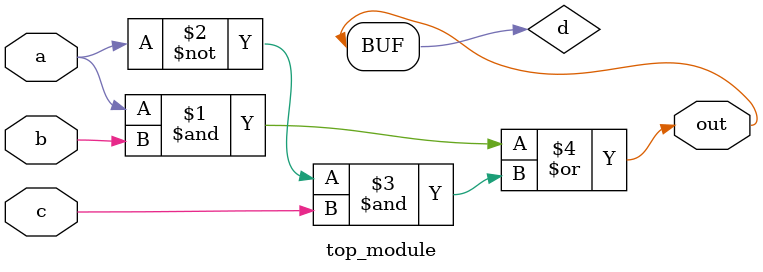
<source format=sv>
module top_module(
  input a, 
  input b,
  input c,
  output out
);
  
  wire d;
  
  assign d = (a & b) | (~a & c);
  assign out = d;
  
endmodule

</source>
